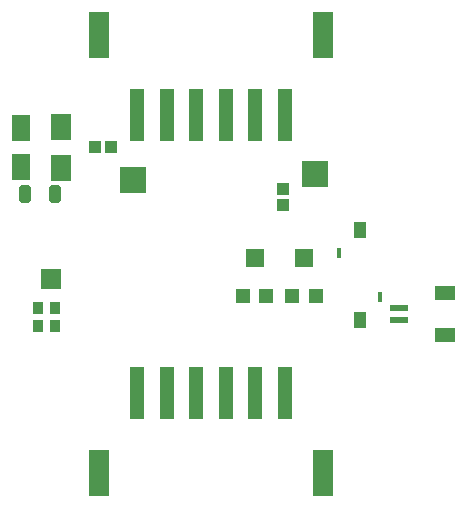
<source format=gbp>
G04*
G04 #@! TF.GenerationSoftware,Altium Limited,Altium Designer,21.9.2 (33)*
G04*
G04 Layer_Color=128*
%FSLAX25Y25*%
%MOIN*%
G70*
G04*
G04 #@! TF.SameCoordinates,DDE03FFC-3592-4A1C-B560-7E07A9873239*
G04*
G04*
G04 #@! TF.FilePolarity,Positive*
G04*
G01*
G75*
%ADD16R,0.03740X0.04134*%
%ADD56R,0.06102X0.02362*%
%ADD57R,0.07087X0.04724*%
%ADD58R,0.06300X0.08500*%
%ADD59R,0.05118X0.17717*%
%ADD60R,0.07087X0.15354*%
%ADD61R,0.06500X0.08600*%
G04:AMPARAMS|DCode=62|XSize=59.06mil|YSize=39.37mil|CornerRadius=9.84mil|HoleSize=0mil|Usage=FLASHONLY|Rotation=90.000|XOffset=0mil|YOffset=0mil|HoleType=Round|Shape=RoundedRectangle|*
%AMROUNDEDRECTD62*
21,1,0.05906,0.01968,0,0,90.0*
21,1,0.03937,0.03937,0,0,90.0*
1,1,0.01968,0.00984,0.01968*
1,1,0.01968,0.00984,-0.01968*
1,1,0.01968,-0.00984,-0.01968*
1,1,0.01968,-0.00984,0.01968*
%
%ADD62ROUNDEDRECTD62*%
%ADD63R,0.03937X0.04331*%
%ADD64R,0.03937X0.05709*%
%ADD65R,0.01575X0.03543*%
%ADD66R,0.04331X0.03937*%
%ADD67R,0.06299X0.05906*%
%ADD68R,0.04700X0.04700*%
%ADD69R,0.07087X0.07087*%
%ADD70R,0.09055X0.09055*%
D16*
X-57854Y-24000D02*
D03*
X-52146D02*
D03*
X-57854Y-18000D02*
D03*
X-52146D02*
D03*
D56*
X62724Y-18032D02*
D03*
Y-21969D02*
D03*
D57*
X77980Y-12913D02*
D03*
Y-27087D02*
D03*
D58*
X-63500Y42100D02*
D03*
Y28900D02*
D03*
D59*
X-24606Y46193D02*
D03*
X-14764D02*
D03*
X24606D02*
D03*
X14764D02*
D03*
X4921D02*
D03*
X-4921D02*
D03*
X24606Y-46193D02*
D03*
X14764D02*
D03*
X4921D02*
D03*
X-4921D02*
D03*
X-14764D02*
D03*
X-24606D02*
D03*
D60*
X37205Y72965D02*
D03*
X-37205D02*
D03*
X37205Y-72965D02*
D03*
X-37205D02*
D03*
D61*
X-50000Y42200D02*
D03*
Y28800D02*
D03*
D62*
X-52000Y20000D02*
D03*
X-62000Y20000D02*
D03*
D63*
X-38756Y35500D02*
D03*
X-33244D02*
D03*
D64*
X49500Y-21862D02*
D03*
Y7862D02*
D03*
D65*
X56193Y-14480D02*
D03*
X42807Y480D02*
D03*
D66*
X24000Y21756D02*
D03*
Y16244D02*
D03*
D67*
X31000Y-1500D02*
D03*
X14500D02*
D03*
D68*
X34938Y-14075D02*
D03*
X27062D02*
D03*
X18438D02*
D03*
X10563D02*
D03*
D69*
X-53500Y-8500D02*
D03*
D70*
X-26000Y24500D02*
D03*
X34500Y26500D02*
D03*
M02*

</source>
